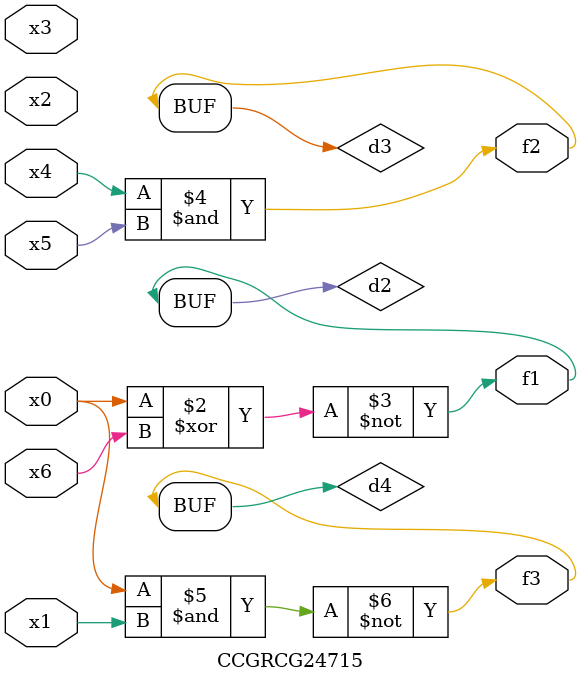
<source format=v>
module CCGRCG24715(
	input x0, x1, x2, x3, x4, x5, x6,
	output f1, f2, f3
);

	wire d1, d2, d3, d4;

	nor (d1, x0);
	xnor (d2, x0, x6);
	and (d3, x4, x5);
	nand (d4, x0, x1);
	assign f1 = d2;
	assign f2 = d3;
	assign f3 = d4;
endmodule

</source>
